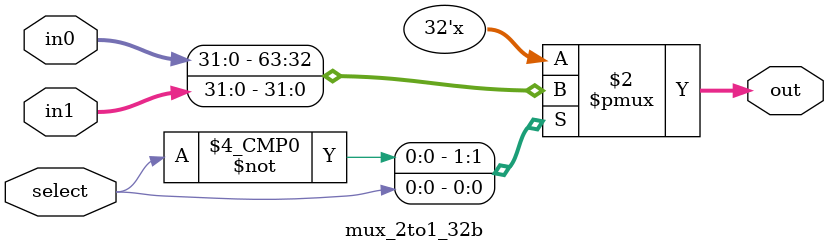
<source format=v>
`timescale 1ns/1ps
module mux_2to1_32b(in0, in1, out, select);
    parameter size = 32;
    // Specifying the ports
    input [size-1:0] in0;
    input [size-1:0] in1;
    output reg [size-1:0] out;
    input select;
    always @(*)
        case (select)
            0: out = in0;
            1: out = in1;
            default: out = {size{1'bx}};
        endcase
endmodule


</source>
